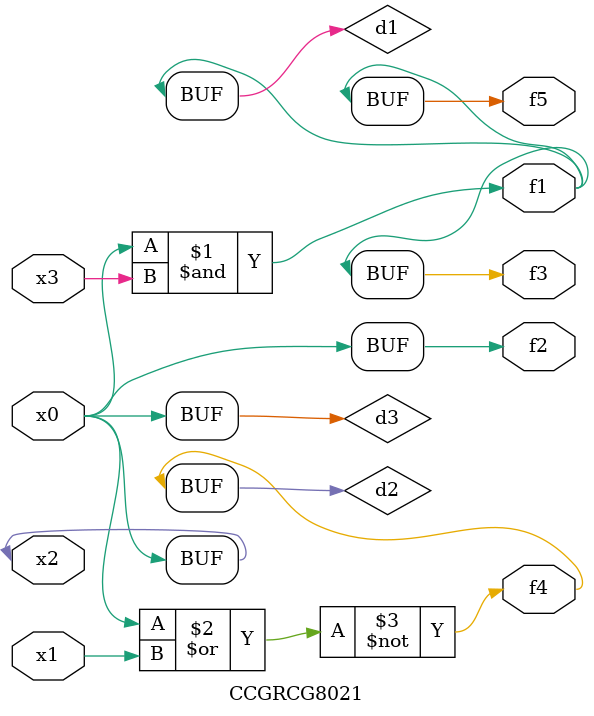
<source format=v>
module CCGRCG8021(
	input x0, x1, x2, x3,
	output f1, f2, f3, f4, f5
);

	wire d1, d2, d3;

	and (d1, x2, x3);
	nor (d2, x0, x1);
	buf (d3, x0, x2);
	assign f1 = d1;
	assign f2 = d3;
	assign f3 = d1;
	assign f4 = d2;
	assign f5 = d1;
endmodule

</source>
